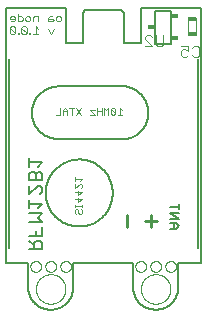
<source format=gbo>
G75*
%MOIN*%
%OFA0B0*%
%FSLAX25Y25*%
%IPPOS*%
%LPD*%
%AMOC8*
5,1,8,0,0,1.08239X$1,22.5*
%
%ADD10C,0.00500*%
%ADD11C,0.00000*%
%ADD12C,0.00200*%
%ADD13C,0.00400*%
%ADD14R,0.03150X0.01378*%
%ADD15C,0.00300*%
%ADD16C,0.00800*%
%ADD17C,0.00700*%
%ADD18C,0.01100*%
%ADD19C,0.00600*%
%ADD20R,0.02300X0.01800*%
D10*
X0005050Y0016901D02*
X0005050Y0101862D01*
X0025050Y0101862D01*
X0025050Y0090026D01*
X0030675Y0090026D01*
X0030675Y0100221D01*
X0031652Y0101198D01*
X0043448Y0101198D01*
X0044425Y0100221D01*
X0044425Y0090026D01*
X0050050Y0090026D01*
X0050050Y0101901D01*
X0070001Y0101901D01*
X0070050Y0101862D01*
X0070050Y0101901D02*
X0070050Y0073151D01*
X0070001Y0016901D01*
X0062550Y0016901D01*
X0062550Y0008151D01*
X0062533Y0007969D01*
X0062511Y0007787D01*
X0062484Y0007605D01*
X0062454Y0007425D01*
X0062419Y0007245D01*
X0062379Y0007066D01*
X0062335Y0006888D01*
X0062287Y0006711D01*
X0062235Y0006535D01*
X0062178Y0006361D01*
X0062117Y0006188D01*
X0062052Y0006017D01*
X0061983Y0005847D01*
X0061909Y0005679D01*
X0061832Y0005513D01*
X0061750Y0005349D01*
X0061665Y0005187D01*
X0061576Y0005027D01*
X0061482Y0004869D01*
X0061385Y0004713D01*
X0061284Y0004560D01*
X0061180Y0004410D01*
X0061072Y0004262D01*
X0060960Y0004116D01*
X0060845Y0003974D01*
X0060726Y0003834D01*
X0060604Y0003698D01*
X0060479Y0003564D01*
X0060350Y0003433D01*
X0060219Y0003306D01*
X0060084Y0003181D01*
X0059946Y0003060D01*
X0059806Y0002943D01*
X0059662Y0002829D01*
X0059516Y0002718D01*
X0059367Y0002611D01*
X0059216Y0002508D01*
X0059062Y0002408D01*
X0058906Y0002313D01*
X0058747Y0002221D01*
X0058586Y0002133D01*
X0058424Y0002048D01*
X0058259Y0001968D01*
X0058092Y0001892D01*
X0057923Y0001820D01*
X0057753Y0001752D01*
X0057581Y0001689D01*
X0057408Y0001629D01*
X0057233Y0001574D01*
X0057057Y0001523D01*
X0056880Y0001476D01*
X0056702Y0001433D01*
X0056522Y0001395D01*
X0056342Y0001362D01*
X0056161Y0001333D01*
X0055980Y0001308D01*
X0055798Y0001287D01*
X0055615Y0001271D01*
X0055432Y0001260D01*
X0055249Y0001253D01*
X0055066Y0001250D01*
X0054883Y0001252D01*
X0054699Y0001258D01*
X0054516Y0001269D01*
X0054334Y0001284D01*
X0054152Y0001304D01*
X0053970Y0001328D01*
X0053789Y0001356D01*
X0053608Y0001389D01*
X0053429Y0001427D01*
X0053251Y0001468D01*
X0053073Y0001514D01*
X0052897Y0001565D01*
X0052722Y0001619D01*
X0052548Y0001678D01*
X0052376Y0001741D01*
X0052206Y0001808D01*
X0052037Y0001879D01*
X0051870Y0001955D01*
X0051705Y0002034D01*
X0051541Y0002118D01*
X0051380Y0002205D01*
X0051221Y0002297D01*
X0051065Y0002392D01*
X0050911Y0002491D01*
X0050759Y0002593D01*
X0050609Y0002700D01*
X0050463Y0002810D01*
X0050319Y0002923D01*
X0050178Y0003040D01*
X0050040Y0003160D01*
X0049904Y0003284D01*
X0049772Y0003411D01*
X0049643Y0003541D01*
X0049517Y0003674D01*
X0049395Y0003811D01*
X0049275Y0003950D01*
X0049159Y0004092D01*
X0049047Y0004237D01*
X0048938Y0004384D01*
X0048833Y0004534D01*
X0048732Y0004687D01*
X0048634Y0004842D01*
X0048540Y0004999D01*
X0048450Y0005159D01*
X0048364Y0005321D01*
X0048282Y0005485D01*
X0048204Y0005650D01*
X0048130Y0005818D01*
X0048060Y0005987D01*
X0047994Y0006158D01*
X0047932Y0006331D01*
X0047875Y0006505D01*
X0047822Y0006681D01*
X0047773Y0006857D01*
X0047728Y0007035D01*
X0047688Y0007214D01*
X0047652Y0007393D01*
X0047621Y0007574D01*
X0047594Y0007755D01*
X0047571Y0007937D01*
X0047553Y0008120D01*
X0047539Y0008302D01*
X0047530Y0008485D01*
X0047525Y0008669D01*
X0047524Y0008852D01*
X0047528Y0009035D01*
X0047537Y0009218D01*
X0047550Y0009401D01*
X0047550Y0016901D01*
X0027550Y0016901D01*
X0027550Y0009401D01*
X0027563Y0009217D01*
X0027572Y0009033D01*
X0027576Y0008848D01*
X0027575Y0008664D01*
X0027570Y0008480D01*
X0027561Y0008296D01*
X0027547Y0008112D01*
X0027528Y0007928D01*
X0027505Y0007745D01*
X0027478Y0007563D01*
X0027446Y0007381D01*
X0027409Y0007201D01*
X0027368Y0007021D01*
X0027323Y0006842D01*
X0027274Y0006664D01*
X0027220Y0006488D01*
X0027162Y0006313D01*
X0027099Y0006140D01*
X0027032Y0005968D01*
X0026961Y0005797D01*
X0026886Y0005629D01*
X0026807Y0005462D01*
X0026724Y0005298D01*
X0026637Y0005135D01*
X0026546Y0004975D01*
X0026451Y0004817D01*
X0026352Y0004661D01*
X0026249Y0004508D01*
X0026143Y0004358D01*
X0026032Y0004210D01*
X0025919Y0004065D01*
X0025802Y0003922D01*
X0025681Y0003783D01*
X0025557Y0003646D01*
X0025430Y0003513D01*
X0025299Y0003383D01*
X0025165Y0003256D01*
X0025029Y0003132D01*
X0024889Y0003012D01*
X0024746Y0002895D01*
X0024601Y0002782D01*
X0024452Y0002672D01*
X0024301Y0002566D01*
X0024148Y0002464D01*
X0023992Y0002365D01*
X0023834Y0002270D01*
X0023673Y0002180D01*
X0023511Y0002093D01*
X0023346Y0002010D01*
X0023179Y0001931D01*
X0023011Y0001857D01*
X0022840Y0001786D01*
X0022668Y0001720D01*
X0022494Y0001658D01*
X0022319Y0001600D01*
X0022143Y0001547D01*
X0021965Y0001498D01*
X0021786Y0001453D01*
X0021606Y0001413D01*
X0021425Y0001377D01*
X0021244Y0001345D01*
X0021061Y0001318D01*
X0020878Y0001296D01*
X0020695Y0001278D01*
X0020511Y0001264D01*
X0020327Y0001255D01*
X0020142Y0001251D01*
X0019958Y0001251D01*
X0019773Y0001255D01*
X0019589Y0001264D01*
X0019405Y0001278D01*
X0019222Y0001296D01*
X0019039Y0001318D01*
X0018856Y0001345D01*
X0018675Y0001377D01*
X0018494Y0001413D01*
X0018314Y0001453D01*
X0018135Y0001498D01*
X0017957Y0001547D01*
X0017781Y0001600D01*
X0017606Y0001658D01*
X0017432Y0001720D01*
X0017260Y0001786D01*
X0017089Y0001857D01*
X0016921Y0001931D01*
X0016754Y0002010D01*
X0016589Y0002093D01*
X0016427Y0002180D01*
X0016266Y0002270D01*
X0016108Y0002365D01*
X0015952Y0002464D01*
X0015799Y0002566D01*
X0015648Y0002672D01*
X0015499Y0002782D01*
X0015354Y0002895D01*
X0015211Y0003012D01*
X0015071Y0003132D01*
X0014935Y0003256D01*
X0014801Y0003383D01*
X0014670Y0003513D01*
X0014543Y0003646D01*
X0014419Y0003783D01*
X0014298Y0003922D01*
X0014181Y0004065D01*
X0014068Y0004210D01*
X0013957Y0004358D01*
X0013851Y0004508D01*
X0013748Y0004661D01*
X0013649Y0004817D01*
X0013554Y0004975D01*
X0013463Y0005135D01*
X0013376Y0005298D01*
X0013293Y0005462D01*
X0013214Y0005629D01*
X0013139Y0005797D01*
X0013068Y0005968D01*
X0013001Y0006140D01*
X0012938Y0006313D01*
X0012880Y0006488D01*
X0012826Y0006664D01*
X0012777Y0006842D01*
X0012732Y0007021D01*
X0012691Y0007201D01*
X0012654Y0007381D01*
X0012622Y0007563D01*
X0012595Y0007745D01*
X0012572Y0007928D01*
X0012553Y0008112D01*
X0012539Y0008296D01*
X0012530Y0008480D01*
X0012525Y0008664D01*
X0012524Y0008848D01*
X0012528Y0009033D01*
X0012537Y0009217D01*
X0012550Y0009401D01*
X0012550Y0016901D01*
X0005050Y0016901D01*
X0006054Y0021655D02*
X0006054Y0084647D01*
X0022550Y0075651D02*
X0042550Y0075651D01*
X0042764Y0075679D01*
X0042979Y0075702D01*
X0043195Y0075719D01*
X0043411Y0075731D01*
X0043627Y0075738D01*
X0043843Y0075740D01*
X0044060Y0075736D01*
X0044276Y0075727D01*
X0044491Y0075713D01*
X0044707Y0075693D01*
X0044922Y0075669D01*
X0045136Y0075638D01*
X0045349Y0075603D01*
X0045562Y0075563D01*
X0045773Y0075517D01*
X0045983Y0075466D01*
X0046192Y0075410D01*
X0046400Y0075349D01*
X0046605Y0075283D01*
X0046810Y0075212D01*
X0047012Y0075136D01*
X0047213Y0075055D01*
X0047411Y0074969D01*
X0047607Y0074878D01*
X0047801Y0074782D01*
X0047993Y0074682D01*
X0048182Y0074577D01*
X0048369Y0074468D01*
X0048552Y0074354D01*
X0048733Y0074235D01*
X0048911Y0074112D01*
X0049086Y0073985D01*
X0049258Y0073854D01*
X0049426Y0073718D01*
X0049591Y0073578D01*
X0049753Y0073435D01*
X0049911Y0073287D01*
X0050065Y0073136D01*
X0050216Y0072981D01*
X0050363Y0072822D01*
X0050506Y0072660D01*
X0050645Y0072494D01*
X0050779Y0072325D01*
X0050910Y0072152D01*
X0051036Y0071977D01*
X0051158Y0071798D01*
X0051276Y0071617D01*
X0051389Y0071432D01*
X0051498Y0071245D01*
X0051602Y0071056D01*
X0051701Y0070864D01*
X0051796Y0070669D01*
X0051885Y0070472D01*
X0051970Y0070274D01*
X0052050Y0070073D01*
X0052125Y0069870D01*
X0052196Y0069665D01*
X0052261Y0069459D01*
X0052321Y0069251D01*
X0052376Y0069042D01*
X0052426Y0068832D01*
X0052470Y0068620D01*
X0052510Y0068407D01*
X0052544Y0068194D01*
X0052573Y0067980D01*
X0052597Y0067765D01*
X0052615Y0067549D01*
X0052628Y0067333D01*
X0052636Y0067117D01*
X0052639Y0066901D01*
X0052636Y0066685D01*
X0052628Y0066469D01*
X0052615Y0066253D01*
X0052597Y0066037D01*
X0052573Y0065822D01*
X0052544Y0065608D01*
X0052510Y0065395D01*
X0052470Y0065182D01*
X0052426Y0064970D01*
X0052376Y0064760D01*
X0052321Y0064551D01*
X0052261Y0064343D01*
X0052196Y0064137D01*
X0052125Y0063932D01*
X0052050Y0063729D01*
X0051970Y0063528D01*
X0051885Y0063330D01*
X0051796Y0063133D01*
X0051701Y0062938D01*
X0051602Y0062746D01*
X0051498Y0062557D01*
X0051389Y0062370D01*
X0051276Y0062185D01*
X0051158Y0062004D01*
X0051036Y0061825D01*
X0050910Y0061650D01*
X0050779Y0061477D01*
X0050645Y0061308D01*
X0050506Y0061142D01*
X0050363Y0060980D01*
X0050216Y0060821D01*
X0050065Y0060666D01*
X0049911Y0060515D01*
X0049753Y0060367D01*
X0049591Y0060224D01*
X0049426Y0060084D01*
X0049258Y0059948D01*
X0049086Y0059817D01*
X0048911Y0059690D01*
X0048733Y0059567D01*
X0048552Y0059448D01*
X0048369Y0059334D01*
X0048182Y0059225D01*
X0047993Y0059120D01*
X0047801Y0059020D01*
X0047607Y0058924D01*
X0047411Y0058833D01*
X0047213Y0058747D01*
X0047012Y0058666D01*
X0046810Y0058590D01*
X0046605Y0058519D01*
X0046400Y0058453D01*
X0046192Y0058392D01*
X0045983Y0058336D01*
X0045773Y0058285D01*
X0045562Y0058239D01*
X0045349Y0058199D01*
X0045136Y0058164D01*
X0044922Y0058133D01*
X0044707Y0058109D01*
X0044491Y0058089D01*
X0044276Y0058075D01*
X0044060Y0058066D01*
X0043843Y0058062D01*
X0043627Y0058064D01*
X0043411Y0058071D01*
X0043195Y0058083D01*
X0042979Y0058100D01*
X0042764Y0058123D01*
X0042550Y0058151D01*
X0022550Y0058151D01*
X0022337Y0058154D01*
X0022124Y0058161D01*
X0021911Y0058174D01*
X0021699Y0058192D01*
X0021487Y0058216D01*
X0021276Y0058244D01*
X0021066Y0058278D01*
X0020856Y0058317D01*
X0020647Y0058360D01*
X0020440Y0058409D01*
X0020234Y0058463D01*
X0020029Y0058522D01*
X0019826Y0058586D01*
X0019624Y0058655D01*
X0019424Y0058728D01*
X0019226Y0058807D01*
X0019030Y0058890D01*
X0018836Y0058978D01*
X0018644Y0059071D01*
X0018455Y0059169D01*
X0018268Y0059271D01*
X0018083Y0059377D01*
X0017901Y0059488D01*
X0017722Y0059604D01*
X0017546Y0059723D01*
X0017372Y0059847D01*
X0017202Y0059975D01*
X0017035Y0060108D01*
X0016871Y0060244D01*
X0016711Y0060384D01*
X0016554Y0060528D01*
X0016401Y0060676D01*
X0016251Y0060828D01*
X0016105Y0060983D01*
X0015963Y0061142D01*
X0015824Y0061304D01*
X0015690Y0061469D01*
X0015560Y0061638D01*
X0015434Y0061810D01*
X0015312Y0061985D01*
X0015194Y0062162D01*
X0015081Y0062343D01*
X0014972Y0062526D01*
X0014868Y0062712D01*
X0014768Y0062900D01*
X0014673Y0063091D01*
X0014583Y0063284D01*
X0014497Y0063479D01*
X0014416Y0063676D01*
X0014340Y0063875D01*
X0014269Y0064076D01*
X0014202Y0064278D01*
X0014141Y0064482D01*
X0014085Y0064688D01*
X0014033Y0064895D01*
X0013987Y0065103D01*
X0013946Y0065312D01*
X0013909Y0065522D01*
X0013878Y0065732D01*
X0013852Y0065944D01*
X0013832Y0066156D01*
X0013816Y0066369D01*
X0013806Y0066581D01*
X0013801Y0066794D01*
X0013801Y0067008D01*
X0013806Y0067221D01*
X0013816Y0067433D01*
X0013832Y0067646D01*
X0013852Y0067858D01*
X0013878Y0068070D01*
X0013909Y0068280D01*
X0013946Y0068490D01*
X0013987Y0068699D01*
X0014033Y0068907D01*
X0014085Y0069114D01*
X0014141Y0069320D01*
X0014202Y0069524D01*
X0014269Y0069726D01*
X0014340Y0069927D01*
X0014416Y0070126D01*
X0014497Y0070323D01*
X0014583Y0070518D01*
X0014673Y0070711D01*
X0014768Y0070902D01*
X0014868Y0071090D01*
X0014972Y0071276D01*
X0015081Y0071459D01*
X0015194Y0071640D01*
X0015312Y0071817D01*
X0015434Y0071992D01*
X0015560Y0072164D01*
X0015690Y0072333D01*
X0015824Y0072498D01*
X0015963Y0072660D01*
X0016105Y0072819D01*
X0016251Y0072974D01*
X0016401Y0073126D01*
X0016554Y0073274D01*
X0016711Y0073418D01*
X0016871Y0073558D01*
X0017035Y0073694D01*
X0017202Y0073827D01*
X0017372Y0073955D01*
X0017546Y0074079D01*
X0017722Y0074198D01*
X0017901Y0074314D01*
X0018083Y0074425D01*
X0018268Y0074531D01*
X0018455Y0074633D01*
X0018644Y0074731D01*
X0018836Y0074824D01*
X0019030Y0074912D01*
X0019226Y0074995D01*
X0019424Y0075074D01*
X0019624Y0075147D01*
X0019826Y0075216D01*
X0020029Y0075280D01*
X0020234Y0075339D01*
X0020440Y0075393D01*
X0020647Y0075442D01*
X0020856Y0075485D01*
X0021066Y0075524D01*
X0021276Y0075558D01*
X0021487Y0075586D01*
X0021699Y0075610D01*
X0021911Y0075628D01*
X0022124Y0075641D01*
X0022337Y0075648D01*
X0022550Y0075651D01*
X0018370Y0040151D02*
X0018373Y0040425D01*
X0018383Y0040700D01*
X0018400Y0040973D01*
X0018424Y0041247D01*
X0018454Y0041520D01*
X0018491Y0041791D01*
X0018535Y0042062D01*
X0018585Y0042332D01*
X0018642Y0042601D01*
X0018705Y0042868D01*
X0018775Y0043133D01*
X0018851Y0043396D01*
X0018934Y0043658D01*
X0019024Y0043917D01*
X0019119Y0044175D01*
X0019221Y0044429D01*
X0019329Y0044682D01*
X0019443Y0044931D01*
X0019564Y0045178D01*
X0019690Y0045421D01*
X0019822Y0045662D01*
X0019961Y0045899D01*
X0020105Y0046132D01*
X0020254Y0046362D01*
X0020409Y0046589D01*
X0020570Y0046811D01*
X0020736Y0047029D01*
X0020908Y0047244D01*
X0021084Y0047453D01*
X0021266Y0047659D01*
X0021453Y0047860D01*
X0021645Y0048056D01*
X0021841Y0048248D01*
X0022042Y0048435D01*
X0022248Y0048617D01*
X0022457Y0048793D01*
X0022672Y0048965D01*
X0022890Y0049131D01*
X0023112Y0049292D01*
X0023339Y0049447D01*
X0023569Y0049596D01*
X0023802Y0049740D01*
X0024039Y0049879D01*
X0024280Y0050011D01*
X0024523Y0050137D01*
X0024770Y0050258D01*
X0025019Y0050372D01*
X0025272Y0050480D01*
X0025526Y0050582D01*
X0025784Y0050677D01*
X0026043Y0050767D01*
X0026305Y0050850D01*
X0026568Y0050926D01*
X0026833Y0050996D01*
X0027100Y0051059D01*
X0027369Y0051116D01*
X0027639Y0051166D01*
X0027910Y0051210D01*
X0028181Y0051247D01*
X0028454Y0051277D01*
X0028728Y0051301D01*
X0029001Y0051318D01*
X0029276Y0051328D01*
X0029550Y0051331D01*
X0029824Y0051328D01*
X0030099Y0051318D01*
X0030372Y0051301D01*
X0030646Y0051277D01*
X0030919Y0051247D01*
X0031190Y0051210D01*
X0031461Y0051166D01*
X0031731Y0051116D01*
X0032000Y0051059D01*
X0032267Y0050996D01*
X0032532Y0050926D01*
X0032795Y0050850D01*
X0033057Y0050767D01*
X0033316Y0050677D01*
X0033574Y0050582D01*
X0033828Y0050480D01*
X0034081Y0050372D01*
X0034330Y0050258D01*
X0034577Y0050137D01*
X0034820Y0050011D01*
X0035061Y0049879D01*
X0035298Y0049740D01*
X0035531Y0049596D01*
X0035761Y0049447D01*
X0035988Y0049292D01*
X0036210Y0049131D01*
X0036428Y0048965D01*
X0036643Y0048793D01*
X0036852Y0048617D01*
X0037058Y0048435D01*
X0037259Y0048248D01*
X0037455Y0048056D01*
X0037647Y0047860D01*
X0037834Y0047659D01*
X0038016Y0047453D01*
X0038192Y0047244D01*
X0038364Y0047029D01*
X0038530Y0046811D01*
X0038691Y0046589D01*
X0038846Y0046362D01*
X0038995Y0046132D01*
X0039139Y0045899D01*
X0039278Y0045662D01*
X0039410Y0045421D01*
X0039536Y0045178D01*
X0039657Y0044931D01*
X0039771Y0044682D01*
X0039879Y0044429D01*
X0039981Y0044175D01*
X0040076Y0043917D01*
X0040166Y0043658D01*
X0040249Y0043396D01*
X0040325Y0043133D01*
X0040395Y0042868D01*
X0040458Y0042601D01*
X0040515Y0042332D01*
X0040565Y0042062D01*
X0040609Y0041791D01*
X0040646Y0041520D01*
X0040676Y0041247D01*
X0040700Y0040973D01*
X0040717Y0040700D01*
X0040727Y0040425D01*
X0040730Y0040151D01*
X0040727Y0039877D01*
X0040717Y0039602D01*
X0040700Y0039329D01*
X0040676Y0039055D01*
X0040646Y0038782D01*
X0040609Y0038511D01*
X0040565Y0038240D01*
X0040515Y0037970D01*
X0040458Y0037701D01*
X0040395Y0037434D01*
X0040325Y0037169D01*
X0040249Y0036906D01*
X0040166Y0036644D01*
X0040076Y0036385D01*
X0039981Y0036127D01*
X0039879Y0035873D01*
X0039771Y0035620D01*
X0039657Y0035371D01*
X0039536Y0035124D01*
X0039410Y0034881D01*
X0039278Y0034640D01*
X0039139Y0034403D01*
X0038995Y0034170D01*
X0038846Y0033940D01*
X0038691Y0033713D01*
X0038530Y0033491D01*
X0038364Y0033273D01*
X0038192Y0033058D01*
X0038016Y0032849D01*
X0037834Y0032643D01*
X0037647Y0032442D01*
X0037455Y0032246D01*
X0037259Y0032054D01*
X0037058Y0031867D01*
X0036852Y0031685D01*
X0036643Y0031509D01*
X0036428Y0031337D01*
X0036210Y0031171D01*
X0035988Y0031010D01*
X0035761Y0030855D01*
X0035531Y0030706D01*
X0035298Y0030562D01*
X0035061Y0030423D01*
X0034820Y0030291D01*
X0034577Y0030165D01*
X0034330Y0030044D01*
X0034081Y0029930D01*
X0033828Y0029822D01*
X0033574Y0029720D01*
X0033316Y0029625D01*
X0033057Y0029535D01*
X0032795Y0029452D01*
X0032532Y0029376D01*
X0032267Y0029306D01*
X0032000Y0029243D01*
X0031731Y0029186D01*
X0031461Y0029136D01*
X0031190Y0029092D01*
X0030919Y0029055D01*
X0030646Y0029025D01*
X0030372Y0029001D01*
X0030099Y0028984D01*
X0029824Y0028974D01*
X0029550Y0028971D01*
X0029276Y0028974D01*
X0029001Y0028984D01*
X0028728Y0029001D01*
X0028454Y0029025D01*
X0028181Y0029055D01*
X0027910Y0029092D01*
X0027639Y0029136D01*
X0027369Y0029186D01*
X0027100Y0029243D01*
X0026833Y0029306D01*
X0026568Y0029376D01*
X0026305Y0029452D01*
X0026043Y0029535D01*
X0025784Y0029625D01*
X0025526Y0029720D01*
X0025272Y0029822D01*
X0025019Y0029930D01*
X0024770Y0030044D01*
X0024523Y0030165D01*
X0024280Y0030291D01*
X0024039Y0030423D01*
X0023802Y0030562D01*
X0023569Y0030706D01*
X0023339Y0030855D01*
X0023112Y0031010D01*
X0022890Y0031171D01*
X0022672Y0031337D01*
X0022457Y0031509D01*
X0022248Y0031685D01*
X0022042Y0031867D01*
X0021841Y0032054D01*
X0021645Y0032246D01*
X0021453Y0032442D01*
X0021266Y0032643D01*
X0021084Y0032849D01*
X0020908Y0033058D01*
X0020736Y0033273D01*
X0020570Y0033491D01*
X0020409Y0033713D01*
X0020254Y0033940D01*
X0020105Y0034170D01*
X0019961Y0034403D01*
X0019822Y0034640D01*
X0019690Y0034881D01*
X0019564Y0035124D01*
X0019443Y0035371D01*
X0019329Y0035620D01*
X0019221Y0035873D01*
X0019119Y0036127D01*
X0019024Y0036385D01*
X0018934Y0036644D01*
X0018851Y0036906D01*
X0018775Y0037169D01*
X0018705Y0037434D01*
X0018642Y0037701D01*
X0018585Y0037970D01*
X0018535Y0038240D01*
X0018491Y0038511D01*
X0018454Y0038782D01*
X0018424Y0039055D01*
X0018400Y0039329D01*
X0018383Y0039602D01*
X0018373Y0039877D01*
X0018370Y0040151D01*
X0069046Y0021655D02*
X0069046Y0084647D01*
D11*
X0058278Y0015651D02*
X0058280Y0015735D01*
X0058286Y0015818D01*
X0058296Y0015901D01*
X0058310Y0015984D01*
X0058327Y0016066D01*
X0058349Y0016147D01*
X0058374Y0016226D01*
X0058403Y0016305D01*
X0058436Y0016382D01*
X0058472Y0016457D01*
X0058512Y0016531D01*
X0058555Y0016603D01*
X0058602Y0016672D01*
X0058652Y0016739D01*
X0058705Y0016804D01*
X0058761Y0016866D01*
X0058819Y0016926D01*
X0058881Y0016983D01*
X0058945Y0017036D01*
X0059012Y0017087D01*
X0059081Y0017134D01*
X0059152Y0017179D01*
X0059225Y0017219D01*
X0059300Y0017256D01*
X0059377Y0017290D01*
X0059455Y0017320D01*
X0059534Y0017346D01*
X0059615Y0017369D01*
X0059697Y0017387D01*
X0059779Y0017402D01*
X0059862Y0017413D01*
X0059945Y0017420D01*
X0060029Y0017423D01*
X0060113Y0017422D01*
X0060196Y0017417D01*
X0060280Y0017408D01*
X0060362Y0017395D01*
X0060444Y0017379D01*
X0060525Y0017358D01*
X0060606Y0017334D01*
X0060684Y0017306D01*
X0060762Y0017274D01*
X0060838Y0017238D01*
X0060912Y0017199D01*
X0060984Y0017157D01*
X0061054Y0017111D01*
X0061122Y0017062D01*
X0061187Y0017010D01*
X0061250Y0016955D01*
X0061310Y0016897D01*
X0061368Y0016836D01*
X0061422Y0016772D01*
X0061474Y0016706D01*
X0061522Y0016638D01*
X0061567Y0016567D01*
X0061608Y0016494D01*
X0061647Y0016420D01*
X0061681Y0016344D01*
X0061712Y0016266D01*
X0061739Y0016187D01*
X0061763Y0016106D01*
X0061782Y0016025D01*
X0061798Y0015943D01*
X0061810Y0015860D01*
X0061818Y0015776D01*
X0061822Y0015693D01*
X0061822Y0015609D01*
X0061818Y0015526D01*
X0061810Y0015442D01*
X0061798Y0015359D01*
X0061782Y0015277D01*
X0061763Y0015196D01*
X0061739Y0015115D01*
X0061712Y0015036D01*
X0061681Y0014958D01*
X0061647Y0014882D01*
X0061608Y0014808D01*
X0061567Y0014735D01*
X0061522Y0014664D01*
X0061474Y0014596D01*
X0061422Y0014530D01*
X0061368Y0014466D01*
X0061310Y0014405D01*
X0061250Y0014347D01*
X0061187Y0014292D01*
X0061122Y0014240D01*
X0061054Y0014191D01*
X0060984Y0014145D01*
X0060912Y0014103D01*
X0060838Y0014064D01*
X0060762Y0014028D01*
X0060684Y0013996D01*
X0060606Y0013968D01*
X0060525Y0013944D01*
X0060444Y0013923D01*
X0060362Y0013907D01*
X0060280Y0013894D01*
X0060196Y0013885D01*
X0060113Y0013880D01*
X0060029Y0013879D01*
X0059945Y0013882D01*
X0059862Y0013889D01*
X0059779Y0013900D01*
X0059697Y0013915D01*
X0059615Y0013933D01*
X0059534Y0013956D01*
X0059455Y0013982D01*
X0059377Y0014012D01*
X0059300Y0014046D01*
X0059225Y0014083D01*
X0059152Y0014123D01*
X0059081Y0014168D01*
X0059012Y0014215D01*
X0058945Y0014266D01*
X0058881Y0014319D01*
X0058819Y0014376D01*
X0058761Y0014436D01*
X0058705Y0014498D01*
X0058652Y0014563D01*
X0058602Y0014630D01*
X0058555Y0014699D01*
X0058512Y0014771D01*
X0058472Y0014845D01*
X0058436Y0014920D01*
X0058403Y0014997D01*
X0058374Y0015076D01*
X0058349Y0015155D01*
X0058327Y0015236D01*
X0058310Y0015318D01*
X0058296Y0015401D01*
X0058286Y0015484D01*
X0058280Y0015567D01*
X0058278Y0015651D01*
X0053278Y0015651D02*
X0053280Y0015735D01*
X0053286Y0015818D01*
X0053296Y0015901D01*
X0053310Y0015984D01*
X0053327Y0016066D01*
X0053349Y0016147D01*
X0053374Y0016226D01*
X0053403Y0016305D01*
X0053436Y0016382D01*
X0053472Y0016457D01*
X0053512Y0016531D01*
X0053555Y0016603D01*
X0053602Y0016672D01*
X0053652Y0016739D01*
X0053705Y0016804D01*
X0053761Y0016866D01*
X0053819Y0016926D01*
X0053881Y0016983D01*
X0053945Y0017036D01*
X0054012Y0017087D01*
X0054081Y0017134D01*
X0054152Y0017179D01*
X0054225Y0017219D01*
X0054300Y0017256D01*
X0054377Y0017290D01*
X0054455Y0017320D01*
X0054534Y0017346D01*
X0054615Y0017369D01*
X0054697Y0017387D01*
X0054779Y0017402D01*
X0054862Y0017413D01*
X0054945Y0017420D01*
X0055029Y0017423D01*
X0055113Y0017422D01*
X0055196Y0017417D01*
X0055280Y0017408D01*
X0055362Y0017395D01*
X0055444Y0017379D01*
X0055525Y0017358D01*
X0055606Y0017334D01*
X0055684Y0017306D01*
X0055762Y0017274D01*
X0055838Y0017238D01*
X0055912Y0017199D01*
X0055984Y0017157D01*
X0056054Y0017111D01*
X0056122Y0017062D01*
X0056187Y0017010D01*
X0056250Y0016955D01*
X0056310Y0016897D01*
X0056368Y0016836D01*
X0056422Y0016772D01*
X0056474Y0016706D01*
X0056522Y0016638D01*
X0056567Y0016567D01*
X0056608Y0016494D01*
X0056647Y0016420D01*
X0056681Y0016344D01*
X0056712Y0016266D01*
X0056739Y0016187D01*
X0056763Y0016106D01*
X0056782Y0016025D01*
X0056798Y0015943D01*
X0056810Y0015860D01*
X0056818Y0015776D01*
X0056822Y0015693D01*
X0056822Y0015609D01*
X0056818Y0015526D01*
X0056810Y0015442D01*
X0056798Y0015359D01*
X0056782Y0015277D01*
X0056763Y0015196D01*
X0056739Y0015115D01*
X0056712Y0015036D01*
X0056681Y0014958D01*
X0056647Y0014882D01*
X0056608Y0014808D01*
X0056567Y0014735D01*
X0056522Y0014664D01*
X0056474Y0014596D01*
X0056422Y0014530D01*
X0056368Y0014466D01*
X0056310Y0014405D01*
X0056250Y0014347D01*
X0056187Y0014292D01*
X0056122Y0014240D01*
X0056054Y0014191D01*
X0055984Y0014145D01*
X0055912Y0014103D01*
X0055838Y0014064D01*
X0055762Y0014028D01*
X0055684Y0013996D01*
X0055606Y0013968D01*
X0055525Y0013944D01*
X0055444Y0013923D01*
X0055362Y0013907D01*
X0055280Y0013894D01*
X0055196Y0013885D01*
X0055113Y0013880D01*
X0055029Y0013879D01*
X0054945Y0013882D01*
X0054862Y0013889D01*
X0054779Y0013900D01*
X0054697Y0013915D01*
X0054615Y0013933D01*
X0054534Y0013956D01*
X0054455Y0013982D01*
X0054377Y0014012D01*
X0054300Y0014046D01*
X0054225Y0014083D01*
X0054152Y0014123D01*
X0054081Y0014168D01*
X0054012Y0014215D01*
X0053945Y0014266D01*
X0053881Y0014319D01*
X0053819Y0014376D01*
X0053761Y0014436D01*
X0053705Y0014498D01*
X0053652Y0014563D01*
X0053602Y0014630D01*
X0053555Y0014699D01*
X0053512Y0014771D01*
X0053472Y0014845D01*
X0053436Y0014920D01*
X0053403Y0014997D01*
X0053374Y0015076D01*
X0053349Y0015155D01*
X0053327Y0015236D01*
X0053310Y0015318D01*
X0053296Y0015401D01*
X0053286Y0015484D01*
X0053280Y0015567D01*
X0053278Y0015651D01*
X0048278Y0015651D02*
X0048280Y0015735D01*
X0048286Y0015818D01*
X0048296Y0015901D01*
X0048310Y0015984D01*
X0048327Y0016066D01*
X0048349Y0016147D01*
X0048374Y0016226D01*
X0048403Y0016305D01*
X0048436Y0016382D01*
X0048472Y0016457D01*
X0048512Y0016531D01*
X0048555Y0016603D01*
X0048602Y0016672D01*
X0048652Y0016739D01*
X0048705Y0016804D01*
X0048761Y0016866D01*
X0048819Y0016926D01*
X0048881Y0016983D01*
X0048945Y0017036D01*
X0049012Y0017087D01*
X0049081Y0017134D01*
X0049152Y0017179D01*
X0049225Y0017219D01*
X0049300Y0017256D01*
X0049377Y0017290D01*
X0049455Y0017320D01*
X0049534Y0017346D01*
X0049615Y0017369D01*
X0049697Y0017387D01*
X0049779Y0017402D01*
X0049862Y0017413D01*
X0049945Y0017420D01*
X0050029Y0017423D01*
X0050113Y0017422D01*
X0050196Y0017417D01*
X0050280Y0017408D01*
X0050362Y0017395D01*
X0050444Y0017379D01*
X0050525Y0017358D01*
X0050606Y0017334D01*
X0050684Y0017306D01*
X0050762Y0017274D01*
X0050838Y0017238D01*
X0050912Y0017199D01*
X0050984Y0017157D01*
X0051054Y0017111D01*
X0051122Y0017062D01*
X0051187Y0017010D01*
X0051250Y0016955D01*
X0051310Y0016897D01*
X0051368Y0016836D01*
X0051422Y0016772D01*
X0051474Y0016706D01*
X0051522Y0016638D01*
X0051567Y0016567D01*
X0051608Y0016494D01*
X0051647Y0016420D01*
X0051681Y0016344D01*
X0051712Y0016266D01*
X0051739Y0016187D01*
X0051763Y0016106D01*
X0051782Y0016025D01*
X0051798Y0015943D01*
X0051810Y0015860D01*
X0051818Y0015776D01*
X0051822Y0015693D01*
X0051822Y0015609D01*
X0051818Y0015526D01*
X0051810Y0015442D01*
X0051798Y0015359D01*
X0051782Y0015277D01*
X0051763Y0015196D01*
X0051739Y0015115D01*
X0051712Y0015036D01*
X0051681Y0014958D01*
X0051647Y0014882D01*
X0051608Y0014808D01*
X0051567Y0014735D01*
X0051522Y0014664D01*
X0051474Y0014596D01*
X0051422Y0014530D01*
X0051368Y0014466D01*
X0051310Y0014405D01*
X0051250Y0014347D01*
X0051187Y0014292D01*
X0051122Y0014240D01*
X0051054Y0014191D01*
X0050984Y0014145D01*
X0050912Y0014103D01*
X0050838Y0014064D01*
X0050762Y0014028D01*
X0050684Y0013996D01*
X0050606Y0013968D01*
X0050525Y0013944D01*
X0050444Y0013923D01*
X0050362Y0013907D01*
X0050280Y0013894D01*
X0050196Y0013885D01*
X0050113Y0013880D01*
X0050029Y0013879D01*
X0049945Y0013882D01*
X0049862Y0013889D01*
X0049779Y0013900D01*
X0049697Y0013915D01*
X0049615Y0013933D01*
X0049534Y0013956D01*
X0049455Y0013982D01*
X0049377Y0014012D01*
X0049300Y0014046D01*
X0049225Y0014083D01*
X0049152Y0014123D01*
X0049081Y0014168D01*
X0049012Y0014215D01*
X0048945Y0014266D01*
X0048881Y0014319D01*
X0048819Y0014376D01*
X0048761Y0014436D01*
X0048705Y0014498D01*
X0048652Y0014563D01*
X0048602Y0014630D01*
X0048555Y0014699D01*
X0048512Y0014771D01*
X0048472Y0014845D01*
X0048436Y0014920D01*
X0048403Y0014997D01*
X0048374Y0015076D01*
X0048349Y0015155D01*
X0048327Y0015236D01*
X0048310Y0015318D01*
X0048296Y0015401D01*
X0048286Y0015484D01*
X0048280Y0015567D01*
X0048278Y0015651D01*
X0050129Y0008151D02*
X0050131Y0008291D01*
X0050137Y0008431D01*
X0050147Y0008570D01*
X0050161Y0008709D01*
X0050179Y0008848D01*
X0050200Y0008986D01*
X0050226Y0009124D01*
X0050256Y0009261D01*
X0050289Y0009396D01*
X0050327Y0009531D01*
X0050368Y0009665D01*
X0050413Y0009798D01*
X0050461Y0009929D01*
X0050514Y0010058D01*
X0050570Y0010187D01*
X0050629Y0010313D01*
X0050693Y0010438D01*
X0050759Y0010561D01*
X0050830Y0010682D01*
X0050903Y0010801D01*
X0050980Y0010918D01*
X0051061Y0011032D01*
X0051144Y0011144D01*
X0051231Y0011254D01*
X0051321Y0011362D01*
X0051413Y0011466D01*
X0051509Y0011568D01*
X0051608Y0011668D01*
X0051709Y0011764D01*
X0051813Y0011858D01*
X0051920Y0011948D01*
X0052029Y0012035D01*
X0052141Y0012120D01*
X0052255Y0012201D01*
X0052371Y0012279D01*
X0052489Y0012353D01*
X0052610Y0012424D01*
X0052732Y0012492D01*
X0052857Y0012556D01*
X0052983Y0012617D01*
X0053110Y0012674D01*
X0053240Y0012727D01*
X0053371Y0012777D01*
X0053503Y0012822D01*
X0053636Y0012865D01*
X0053771Y0012903D01*
X0053906Y0012937D01*
X0054043Y0012968D01*
X0054180Y0012995D01*
X0054318Y0013017D01*
X0054457Y0013036D01*
X0054596Y0013051D01*
X0054735Y0013062D01*
X0054875Y0013069D01*
X0055015Y0013072D01*
X0055155Y0013071D01*
X0055295Y0013066D01*
X0055434Y0013057D01*
X0055574Y0013044D01*
X0055713Y0013027D01*
X0055851Y0013006D01*
X0055989Y0012982D01*
X0056126Y0012953D01*
X0056262Y0012921D01*
X0056397Y0012884D01*
X0056531Y0012844D01*
X0056664Y0012800D01*
X0056795Y0012752D01*
X0056925Y0012701D01*
X0057054Y0012646D01*
X0057181Y0012587D01*
X0057306Y0012524D01*
X0057429Y0012459D01*
X0057551Y0012389D01*
X0057670Y0012316D01*
X0057788Y0012240D01*
X0057903Y0012161D01*
X0058016Y0012078D01*
X0058126Y0011992D01*
X0058234Y0011903D01*
X0058339Y0011811D01*
X0058442Y0011716D01*
X0058542Y0011618D01*
X0058639Y0011518D01*
X0058733Y0011414D01*
X0058825Y0011308D01*
X0058913Y0011200D01*
X0058998Y0011089D01*
X0059080Y0010975D01*
X0059159Y0010859D01*
X0059234Y0010742D01*
X0059306Y0010622D01*
X0059374Y0010500D01*
X0059439Y0010376D01*
X0059501Y0010250D01*
X0059559Y0010123D01*
X0059613Y0009994D01*
X0059664Y0009863D01*
X0059710Y0009731D01*
X0059753Y0009598D01*
X0059793Y0009464D01*
X0059828Y0009329D01*
X0059860Y0009192D01*
X0059887Y0009055D01*
X0059911Y0008917D01*
X0059931Y0008779D01*
X0059947Y0008640D01*
X0059959Y0008500D01*
X0059967Y0008361D01*
X0059971Y0008221D01*
X0059971Y0008081D01*
X0059967Y0007941D01*
X0059959Y0007802D01*
X0059947Y0007662D01*
X0059931Y0007523D01*
X0059911Y0007385D01*
X0059887Y0007247D01*
X0059860Y0007110D01*
X0059828Y0006973D01*
X0059793Y0006838D01*
X0059753Y0006704D01*
X0059710Y0006571D01*
X0059664Y0006439D01*
X0059613Y0006308D01*
X0059559Y0006179D01*
X0059501Y0006052D01*
X0059439Y0005926D01*
X0059374Y0005802D01*
X0059306Y0005680D01*
X0059234Y0005560D01*
X0059159Y0005443D01*
X0059080Y0005327D01*
X0058998Y0005213D01*
X0058913Y0005102D01*
X0058825Y0004994D01*
X0058733Y0004888D01*
X0058639Y0004784D01*
X0058542Y0004684D01*
X0058442Y0004586D01*
X0058339Y0004491D01*
X0058234Y0004399D01*
X0058126Y0004310D01*
X0058016Y0004224D01*
X0057903Y0004141D01*
X0057788Y0004062D01*
X0057670Y0003986D01*
X0057551Y0003913D01*
X0057429Y0003843D01*
X0057306Y0003778D01*
X0057181Y0003715D01*
X0057054Y0003656D01*
X0056925Y0003601D01*
X0056795Y0003550D01*
X0056664Y0003502D01*
X0056531Y0003458D01*
X0056397Y0003418D01*
X0056262Y0003381D01*
X0056126Y0003349D01*
X0055989Y0003320D01*
X0055851Y0003296D01*
X0055713Y0003275D01*
X0055574Y0003258D01*
X0055434Y0003245D01*
X0055295Y0003236D01*
X0055155Y0003231D01*
X0055015Y0003230D01*
X0054875Y0003233D01*
X0054735Y0003240D01*
X0054596Y0003251D01*
X0054457Y0003266D01*
X0054318Y0003285D01*
X0054180Y0003307D01*
X0054043Y0003334D01*
X0053906Y0003365D01*
X0053771Y0003399D01*
X0053636Y0003437D01*
X0053503Y0003480D01*
X0053371Y0003525D01*
X0053240Y0003575D01*
X0053110Y0003628D01*
X0052983Y0003685D01*
X0052857Y0003746D01*
X0052732Y0003810D01*
X0052610Y0003878D01*
X0052489Y0003949D01*
X0052371Y0004023D01*
X0052255Y0004101D01*
X0052141Y0004182D01*
X0052029Y0004267D01*
X0051920Y0004354D01*
X0051813Y0004444D01*
X0051709Y0004538D01*
X0051608Y0004634D01*
X0051509Y0004734D01*
X0051413Y0004836D01*
X0051321Y0004940D01*
X0051231Y0005048D01*
X0051144Y0005158D01*
X0051061Y0005270D01*
X0050980Y0005384D01*
X0050903Y0005501D01*
X0050830Y0005620D01*
X0050759Y0005741D01*
X0050693Y0005864D01*
X0050629Y0005989D01*
X0050570Y0006115D01*
X0050514Y0006244D01*
X0050461Y0006373D01*
X0050413Y0006504D01*
X0050368Y0006637D01*
X0050327Y0006771D01*
X0050289Y0006906D01*
X0050256Y0007041D01*
X0050226Y0007178D01*
X0050200Y0007316D01*
X0050179Y0007454D01*
X0050161Y0007593D01*
X0050147Y0007732D01*
X0050137Y0007871D01*
X0050131Y0008011D01*
X0050129Y0008151D01*
X0023278Y0015651D02*
X0023280Y0015735D01*
X0023286Y0015818D01*
X0023296Y0015901D01*
X0023310Y0015984D01*
X0023327Y0016066D01*
X0023349Y0016147D01*
X0023374Y0016226D01*
X0023403Y0016305D01*
X0023436Y0016382D01*
X0023472Y0016457D01*
X0023512Y0016531D01*
X0023555Y0016603D01*
X0023602Y0016672D01*
X0023652Y0016739D01*
X0023705Y0016804D01*
X0023761Y0016866D01*
X0023819Y0016926D01*
X0023881Y0016983D01*
X0023945Y0017036D01*
X0024012Y0017087D01*
X0024081Y0017134D01*
X0024152Y0017179D01*
X0024225Y0017219D01*
X0024300Y0017256D01*
X0024377Y0017290D01*
X0024455Y0017320D01*
X0024534Y0017346D01*
X0024615Y0017369D01*
X0024697Y0017387D01*
X0024779Y0017402D01*
X0024862Y0017413D01*
X0024945Y0017420D01*
X0025029Y0017423D01*
X0025113Y0017422D01*
X0025196Y0017417D01*
X0025280Y0017408D01*
X0025362Y0017395D01*
X0025444Y0017379D01*
X0025525Y0017358D01*
X0025606Y0017334D01*
X0025684Y0017306D01*
X0025762Y0017274D01*
X0025838Y0017238D01*
X0025912Y0017199D01*
X0025984Y0017157D01*
X0026054Y0017111D01*
X0026122Y0017062D01*
X0026187Y0017010D01*
X0026250Y0016955D01*
X0026310Y0016897D01*
X0026368Y0016836D01*
X0026422Y0016772D01*
X0026474Y0016706D01*
X0026522Y0016638D01*
X0026567Y0016567D01*
X0026608Y0016494D01*
X0026647Y0016420D01*
X0026681Y0016344D01*
X0026712Y0016266D01*
X0026739Y0016187D01*
X0026763Y0016106D01*
X0026782Y0016025D01*
X0026798Y0015943D01*
X0026810Y0015860D01*
X0026818Y0015776D01*
X0026822Y0015693D01*
X0026822Y0015609D01*
X0026818Y0015526D01*
X0026810Y0015442D01*
X0026798Y0015359D01*
X0026782Y0015277D01*
X0026763Y0015196D01*
X0026739Y0015115D01*
X0026712Y0015036D01*
X0026681Y0014958D01*
X0026647Y0014882D01*
X0026608Y0014808D01*
X0026567Y0014735D01*
X0026522Y0014664D01*
X0026474Y0014596D01*
X0026422Y0014530D01*
X0026368Y0014466D01*
X0026310Y0014405D01*
X0026250Y0014347D01*
X0026187Y0014292D01*
X0026122Y0014240D01*
X0026054Y0014191D01*
X0025984Y0014145D01*
X0025912Y0014103D01*
X0025838Y0014064D01*
X0025762Y0014028D01*
X0025684Y0013996D01*
X0025606Y0013968D01*
X0025525Y0013944D01*
X0025444Y0013923D01*
X0025362Y0013907D01*
X0025280Y0013894D01*
X0025196Y0013885D01*
X0025113Y0013880D01*
X0025029Y0013879D01*
X0024945Y0013882D01*
X0024862Y0013889D01*
X0024779Y0013900D01*
X0024697Y0013915D01*
X0024615Y0013933D01*
X0024534Y0013956D01*
X0024455Y0013982D01*
X0024377Y0014012D01*
X0024300Y0014046D01*
X0024225Y0014083D01*
X0024152Y0014123D01*
X0024081Y0014168D01*
X0024012Y0014215D01*
X0023945Y0014266D01*
X0023881Y0014319D01*
X0023819Y0014376D01*
X0023761Y0014436D01*
X0023705Y0014498D01*
X0023652Y0014563D01*
X0023602Y0014630D01*
X0023555Y0014699D01*
X0023512Y0014771D01*
X0023472Y0014845D01*
X0023436Y0014920D01*
X0023403Y0014997D01*
X0023374Y0015076D01*
X0023349Y0015155D01*
X0023327Y0015236D01*
X0023310Y0015318D01*
X0023296Y0015401D01*
X0023286Y0015484D01*
X0023280Y0015567D01*
X0023278Y0015651D01*
X0018278Y0015651D02*
X0018280Y0015735D01*
X0018286Y0015818D01*
X0018296Y0015901D01*
X0018310Y0015984D01*
X0018327Y0016066D01*
X0018349Y0016147D01*
X0018374Y0016226D01*
X0018403Y0016305D01*
X0018436Y0016382D01*
X0018472Y0016457D01*
X0018512Y0016531D01*
X0018555Y0016603D01*
X0018602Y0016672D01*
X0018652Y0016739D01*
X0018705Y0016804D01*
X0018761Y0016866D01*
X0018819Y0016926D01*
X0018881Y0016983D01*
X0018945Y0017036D01*
X0019012Y0017087D01*
X0019081Y0017134D01*
X0019152Y0017179D01*
X0019225Y0017219D01*
X0019300Y0017256D01*
X0019377Y0017290D01*
X0019455Y0017320D01*
X0019534Y0017346D01*
X0019615Y0017369D01*
X0019697Y0017387D01*
X0019779Y0017402D01*
X0019862Y0017413D01*
X0019945Y0017420D01*
X0020029Y0017423D01*
X0020113Y0017422D01*
X0020196Y0017417D01*
X0020280Y0017408D01*
X0020362Y0017395D01*
X0020444Y0017379D01*
X0020525Y0017358D01*
X0020606Y0017334D01*
X0020684Y0017306D01*
X0020762Y0017274D01*
X0020838Y0017238D01*
X0020912Y0017199D01*
X0020984Y0017157D01*
X0021054Y0017111D01*
X0021122Y0017062D01*
X0021187Y0017010D01*
X0021250Y0016955D01*
X0021310Y0016897D01*
X0021368Y0016836D01*
X0021422Y0016772D01*
X0021474Y0016706D01*
X0021522Y0016638D01*
X0021567Y0016567D01*
X0021608Y0016494D01*
X0021647Y0016420D01*
X0021681Y0016344D01*
X0021712Y0016266D01*
X0021739Y0016187D01*
X0021763Y0016106D01*
X0021782Y0016025D01*
X0021798Y0015943D01*
X0021810Y0015860D01*
X0021818Y0015776D01*
X0021822Y0015693D01*
X0021822Y0015609D01*
X0021818Y0015526D01*
X0021810Y0015442D01*
X0021798Y0015359D01*
X0021782Y0015277D01*
X0021763Y0015196D01*
X0021739Y0015115D01*
X0021712Y0015036D01*
X0021681Y0014958D01*
X0021647Y0014882D01*
X0021608Y0014808D01*
X0021567Y0014735D01*
X0021522Y0014664D01*
X0021474Y0014596D01*
X0021422Y0014530D01*
X0021368Y0014466D01*
X0021310Y0014405D01*
X0021250Y0014347D01*
X0021187Y0014292D01*
X0021122Y0014240D01*
X0021054Y0014191D01*
X0020984Y0014145D01*
X0020912Y0014103D01*
X0020838Y0014064D01*
X0020762Y0014028D01*
X0020684Y0013996D01*
X0020606Y0013968D01*
X0020525Y0013944D01*
X0020444Y0013923D01*
X0020362Y0013907D01*
X0020280Y0013894D01*
X0020196Y0013885D01*
X0020113Y0013880D01*
X0020029Y0013879D01*
X0019945Y0013882D01*
X0019862Y0013889D01*
X0019779Y0013900D01*
X0019697Y0013915D01*
X0019615Y0013933D01*
X0019534Y0013956D01*
X0019455Y0013982D01*
X0019377Y0014012D01*
X0019300Y0014046D01*
X0019225Y0014083D01*
X0019152Y0014123D01*
X0019081Y0014168D01*
X0019012Y0014215D01*
X0018945Y0014266D01*
X0018881Y0014319D01*
X0018819Y0014376D01*
X0018761Y0014436D01*
X0018705Y0014498D01*
X0018652Y0014563D01*
X0018602Y0014630D01*
X0018555Y0014699D01*
X0018512Y0014771D01*
X0018472Y0014845D01*
X0018436Y0014920D01*
X0018403Y0014997D01*
X0018374Y0015076D01*
X0018349Y0015155D01*
X0018327Y0015236D01*
X0018310Y0015318D01*
X0018296Y0015401D01*
X0018286Y0015484D01*
X0018280Y0015567D01*
X0018278Y0015651D01*
X0013278Y0015651D02*
X0013280Y0015735D01*
X0013286Y0015818D01*
X0013296Y0015901D01*
X0013310Y0015984D01*
X0013327Y0016066D01*
X0013349Y0016147D01*
X0013374Y0016226D01*
X0013403Y0016305D01*
X0013436Y0016382D01*
X0013472Y0016457D01*
X0013512Y0016531D01*
X0013555Y0016603D01*
X0013602Y0016672D01*
X0013652Y0016739D01*
X0013705Y0016804D01*
X0013761Y0016866D01*
X0013819Y0016926D01*
X0013881Y0016983D01*
X0013945Y0017036D01*
X0014012Y0017087D01*
X0014081Y0017134D01*
X0014152Y0017179D01*
X0014225Y0017219D01*
X0014300Y0017256D01*
X0014377Y0017290D01*
X0014455Y0017320D01*
X0014534Y0017346D01*
X0014615Y0017369D01*
X0014697Y0017387D01*
X0014779Y0017402D01*
X0014862Y0017413D01*
X0014945Y0017420D01*
X0015029Y0017423D01*
X0015113Y0017422D01*
X0015196Y0017417D01*
X0015280Y0017408D01*
X0015362Y0017395D01*
X0015444Y0017379D01*
X0015525Y0017358D01*
X0015606Y0017334D01*
X0015684Y0017306D01*
X0015762Y0017274D01*
X0015838Y0017238D01*
X0015912Y0017199D01*
X0015984Y0017157D01*
X0016054Y0017111D01*
X0016122Y0017062D01*
X0016187Y0017010D01*
X0016250Y0016955D01*
X0016310Y0016897D01*
X0016368Y0016836D01*
X0016422Y0016772D01*
X0016474Y0016706D01*
X0016522Y0016638D01*
X0016567Y0016567D01*
X0016608Y0016494D01*
X0016647Y0016420D01*
X0016681Y0016344D01*
X0016712Y0016266D01*
X0016739Y0016187D01*
X0016763Y0016106D01*
X0016782Y0016025D01*
X0016798Y0015943D01*
X0016810Y0015860D01*
X0016818Y0015776D01*
X0016822Y0015693D01*
X0016822Y0015609D01*
X0016818Y0015526D01*
X0016810Y0015442D01*
X0016798Y0015359D01*
X0016782Y0015277D01*
X0016763Y0015196D01*
X0016739Y0015115D01*
X0016712Y0015036D01*
X0016681Y0014958D01*
X0016647Y0014882D01*
X0016608Y0014808D01*
X0016567Y0014735D01*
X0016522Y0014664D01*
X0016474Y0014596D01*
X0016422Y0014530D01*
X0016368Y0014466D01*
X0016310Y0014405D01*
X0016250Y0014347D01*
X0016187Y0014292D01*
X0016122Y0014240D01*
X0016054Y0014191D01*
X0015984Y0014145D01*
X0015912Y0014103D01*
X0015838Y0014064D01*
X0015762Y0014028D01*
X0015684Y0013996D01*
X0015606Y0013968D01*
X0015525Y0013944D01*
X0015444Y0013923D01*
X0015362Y0013907D01*
X0015280Y0013894D01*
X0015196Y0013885D01*
X0015113Y0013880D01*
X0015029Y0013879D01*
X0014945Y0013882D01*
X0014862Y0013889D01*
X0014779Y0013900D01*
X0014697Y0013915D01*
X0014615Y0013933D01*
X0014534Y0013956D01*
X0014455Y0013982D01*
X0014377Y0014012D01*
X0014300Y0014046D01*
X0014225Y0014083D01*
X0014152Y0014123D01*
X0014081Y0014168D01*
X0014012Y0014215D01*
X0013945Y0014266D01*
X0013881Y0014319D01*
X0013819Y0014376D01*
X0013761Y0014436D01*
X0013705Y0014498D01*
X0013652Y0014563D01*
X0013602Y0014630D01*
X0013555Y0014699D01*
X0013512Y0014771D01*
X0013472Y0014845D01*
X0013436Y0014920D01*
X0013403Y0014997D01*
X0013374Y0015076D01*
X0013349Y0015155D01*
X0013327Y0015236D01*
X0013310Y0015318D01*
X0013296Y0015401D01*
X0013286Y0015484D01*
X0013280Y0015567D01*
X0013278Y0015651D01*
X0015129Y0008151D02*
X0015131Y0008291D01*
X0015137Y0008431D01*
X0015147Y0008570D01*
X0015161Y0008709D01*
X0015179Y0008848D01*
X0015200Y0008986D01*
X0015226Y0009124D01*
X0015256Y0009261D01*
X0015289Y0009396D01*
X0015327Y0009531D01*
X0015368Y0009665D01*
X0015413Y0009798D01*
X0015461Y0009929D01*
X0015514Y0010058D01*
X0015570Y0010187D01*
X0015629Y0010313D01*
X0015693Y0010438D01*
X0015759Y0010561D01*
X0015830Y0010682D01*
X0015903Y0010801D01*
X0015980Y0010918D01*
X0016061Y0011032D01*
X0016144Y0011144D01*
X0016231Y0011254D01*
X0016321Y0011362D01*
X0016413Y0011466D01*
X0016509Y0011568D01*
X0016608Y0011668D01*
X0016709Y0011764D01*
X0016813Y0011858D01*
X0016920Y0011948D01*
X0017029Y0012035D01*
X0017141Y0012120D01*
X0017255Y0012201D01*
X0017371Y0012279D01*
X0017489Y0012353D01*
X0017610Y0012424D01*
X0017732Y0012492D01*
X0017857Y0012556D01*
X0017983Y0012617D01*
X0018110Y0012674D01*
X0018240Y0012727D01*
X0018371Y0012777D01*
X0018503Y0012822D01*
X0018636Y0012865D01*
X0018771Y0012903D01*
X0018906Y0012937D01*
X0019043Y0012968D01*
X0019180Y0012995D01*
X0019318Y0013017D01*
X0019457Y0013036D01*
X0019596Y0013051D01*
X0019735Y0013062D01*
X0019875Y0013069D01*
X0020015Y0013072D01*
X0020155Y0013071D01*
X0020295Y0013066D01*
X0020434Y0013057D01*
X0020574Y0013044D01*
X0020713Y0013027D01*
X0020851Y0013006D01*
X0020989Y0012982D01*
X0021126Y0012953D01*
X0021262Y0012921D01*
X0021397Y0012884D01*
X0021531Y0012844D01*
X0021664Y0012800D01*
X0021795Y0012752D01*
X0021925Y0012701D01*
X0022054Y0012646D01*
X0022181Y0012587D01*
X0022306Y0012524D01*
X0022429Y0012459D01*
X0022551Y0012389D01*
X0022670Y0012316D01*
X0022788Y0012240D01*
X0022903Y0012161D01*
X0023016Y0012078D01*
X0023126Y0011992D01*
X0023234Y0011903D01*
X0023339Y0011811D01*
X0023442Y0011716D01*
X0023542Y0011618D01*
X0023639Y0011518D01*
X0023733Y0011414D01*
X0023825Y0011308D01*
X0023913Y0011200D01*
X0023998Y0011089D01*
X0024080Y0010975D01*
X0024159Y0010859D01*
X0024234Y0010742D01*
X0024306Y0010622D01*
X0024374Y0010500D01*
X0024439Y0010376D01*
X0024501Y0010250D01*
X0024559Y0010123D01*
X0024613Y0009994D01*
X0024664Y0009863D01*
X0024710Y0009731D01*
X0024753Y0009598D01*
X0024793Y0009464D01*
X0024828Y0009329D01*
X0024860Y0009192D01*
X0024887Y0009055D01*
X0024911Y0008917D01*
X0024931Y0008779D01*
X0024947Y0008640D01*
X0024959Y0008500D01*
X0024967Y0008361D01*
X0024971Y0008221D01*
X0024971Y0008081D01*
X0024967Y0007941D01*
X0024959Y0007802D01*
X0024947Y0007662D01*
X0024931Y0007523D01*
X0024911Y0007385D01*
X0024887Y0007247D01*
X0024860Y0007110D01*
X0024828Y0006973D01*
X0024793Y0006838D01*
X0024753Y0006704D01*
X0024710Y0006571D01*
X0024664Y0006439D01*
X0024613Y0006308D01*
X0024559Y0006179D01*
X0024501Y0006052D01*
X0024439Y0005926D01*
X0024374Y0005802D01*
X0024306Y0005680D01*
X0024234Y0005560D01*
X0024159Y0005443D01*
X0024080Y0005327D01*
X0023998Y0005213D01*
X0023913Y0005102D01*
X0023825Y0004994D01*
X0023733Y0004888D01*
X0023639Y0004784D01*
X0023542Y0004684D01*
X0023442Y0004586D01*
X0023339Y0004491D01*
X0023234Y0004399D01*
X0023126Y0004310D01*
X0023016Y0004224D01*
X0022903Y0004141D01*
X0022788Y0004062D01*
X0022670Y0003986D01*
X0022551Y0003913D01*
X0022429Y0003843D01*
X0022306Y0003778D01*
X0022181Y0003715D01*
X0022054Y0003656D01*
X0021925Y0003601D01*
X0021795Y0003550D01*
X0021664Y0003502D01*
X0021531Y0003458D01*
X0021397Y0003418D01*
X0021262Y0003381D01*
X0021126Y0003349D01*
X0020989Y0003320D01*
X0020851Y0003296D01*
X0020713Y0003275D01*
X0020574Y0003258D01*
X0020434Y0003245D01*
X0020295Y0003236D01*
X0020155Y0003231D01*
X0020015Y0003230D01*
X0019875Y0003233D01*
X0019735Y0003240D01*
X0019596Y0003251D01*
X0019457Y0003266D01*
X0019318Y0003285D01*
X0019180Y0003307D01*
X0019043Y0003334D01*
X0018906Y0003365D01*
X0018771Y0003399D01*
X0018636Y0003437D01*
X0018503Y0003480D01*
X0018371Y0003525D01*
X0018240Y0003575D01*
X0018110Y0003628D01*
X0017983Y0003685D01*
X0017857Y0003746D01*
X0017732Y0003810D01*
X0017610Y0003878D01*
X0017489Y0003949D01*
X0017371Y0004023D01*
X0017255Y0004101D01*
X0017141Y0004182D01*
X0017029Y0004267D01*
X0016920Y0004354D01*
X0016813Y0004444D01*
X0016709Y0004538D01*
X0016608Y0004634D01*
X0016509Y0004734D01*
X0016413Y0004836D01*
X0016321Y0004940D01*
X0016231Y0005048D01*
X0016144Y0005158D01*
X0016061Y0005270D01*
X0015980Y0005384D01*
X0015903Y0005501D01*
X0015830Y0005620D01*
X0015759Y0005741D01*
X0015693Y0005864D01*
X0015629Y0005989D01*
X0015570Y0006115D01*
X0015514Y0006244D01*
X0015461Y0006373D01*
X0015413Y0006504D01*
X0015368Y0006637D01*
X0015327Y0006771D01*
X0015289Y0006906D01*
X0015256Y0007041D01*
X0015226Y0007178D01*
X0015200Y0007316D01*
X0015179Y0007454D01*
X0015161Y0007593D01*
X0015147Y0007732D01*
X0015137Y0007871D01*
X0015131Y0008011D01*
X0015129Y0008151D01*
D12*
X0015020Y0093126D02*
X0015020Y0095728D01*
X0015888Y0094861D01*
X0015888Y0093126D02*
X0014153Y0093126D01*
X0013310Y0093126D02*
X0013310Y0093560D01*
X0012876Y0093560D01*
X0012876Y0093126D01*
X0013310Y0093126D01*
X0012021Y0093560D02*
X0011587Y0093126D01*
X0010719Y0093126D01*
X0010286Y0093560D01*
X0010286Y0095295D01*
X0012021Y0093560D01*
X0012021Y0095295D01*
X0011587Y0095728D01*
X0010719Y0095728D01*
X0010286Y0095295D01*
X0010298Y0097326D02*
X0010731Y0097760D01*
X0010731Y0098627D01*
X0010298Y0099061D01*
X0008997Y0099061D01*
X0008997Y0099928D02*
X0008997Y0097326D01*
X0010298Y0097326D01*
X0011575Y0097760D02*
X0011575Y0098627D01*
X0012009Y0099061D01*
X0012876Y0099061D01*
X0013310Y0098627D01*
X0013310Y0097760D01*
X0012876Y0097326D01*
X0012009Y0097326D01*
X0011575Y0097760D01*
X0014153Y0097326D02*
X0014153Y0098627D01*
X0014587Y0099061D01*
X0015888Y0099061D01*
X0015888Y0097326D01*
X0019309Y0097326D02*
X0020611Y0097326D01*
X0021044Y0097760D01*
X0020611Y0098193D01*
X0019309Y0098193D01*
X0019309Y0098627D02*
X0019309Y0097326D01*
X0019309Y0098627D02*
X0019743Y0099061D01*
X0020611Y0099061D01*
X0021888Y0098627D02*
X0021888Y0097760D01*
X0022321Y0097326D01*
X0023189Y0097326D01*
X0023622Y0097760D01*
X0023622Y0098627D01*
X0023189Y0099061D01*
X0022321Y0099061D01*
X0021888Y0098627D01*
X0021044Y0094861D02*
X0020177Y0093126D01*
X0019309Y0094861D01*
X0009442Y0093560D02*
X0009442Y0093126D01*
X0009009Y0093126D01*
X0009009Y0093560D01*
X0009442Y0093560D01*
X0008153Y0093560D02*
X0008153Y0095295D01*
X0007720Y0095728D01*
X0006852Y0095728D01*
X0006418Y0095295D01*
X0008153Y0093560D01*
X0007720Y0093126D01*
X0006852Y0093126D01*
X0006418Y0093560D01*
X0006418Y0095295D01*
X0006852Y0097326D02*
X0007720Y0097326D01*
X0008153Y0097760D01*
X0008153Y0098627D01*
X0007720Y0099061D01*
X0006852Y0099061D01*
X0006418Y0098627D01*
X0006418Y0098193D01*
X0008153Y0098193D01*
D13*
X0065860Y0098505D02*
X0065860Y0092797D01*
X0068615Y0092797D02*
X0068615Y0098505D01*
D14*
X0067238Y0098112D03*
X0067238Y0093190D03*
D15*
X0067761Y0089251D02*
X0068995Y0089251D01*
X0069612Y0088634D01*
X0069612Y0086165D01*
X0068995Y0085548D01*
X0067761Y0085548D01*
X0067143Y0086165D01*
X0065929Y0086165D02*
X0065312Y0085548D01*
X0064077Y0085548D01*
X0063460Y0086165D01*
X0063460Y0087399D01*
X0064077Y0088016D01*
X0064695Y0088016D01*
X0065929Y0087399D01*
X0065929Y0089251D01*
X0063460Y0089251D01*
X0067143Y0088634D02*
X0067761Y0089251D01*
X0057579Y0089606D02*
X0056962Y0088988D01*
X0055727Y0088988D01*
X0055110Y0089606D01*
X0055110Y0092692D01*
X0053896Y0092074D02*
X0053278Y0092692D01*
X0052044Y0092692D01*
X0051427Y0092074D01*
X0051427Y0091457D01*
X0053896Y0088988D01*
X0051427Y0088988D01*
X0057579Y0089606D02*
X0057579Y0092692D01*
X0043166Y0068503D02*
X0043166Y0066301D01*
X0043900Y0066301D02*
X0042432Y0066301D01*
X0041598Y0066668D02*
X0040130Y0068136D01*
X0040130Y0066668D01*
X0040497Y0066301D01*
X0041231Y0066301D01*
X0041598Y0066668D01*
X0041598Y0068136D01*
X0041231Y0068503D01*
X0040497Y0068503D01*
X0040130Y0068136D01*
X0039296Y0068503D02*
X0038562Y0067769D01*
X0037828Y0068503D01*
X0037828Y0066301D01*
X0036994Y0066301D02*
X0036994Y0068503D01*
X0036994Y0067402D02*
X0035526Y0067402D01*
X0034692Y0067769D02*
X0033224Y0067769D01*
X0034692Y0066301D01*
X0033224Y0066301D01*
X0035526Y0066301D02*
X0035526Y0068503D01*
X0039296Y0068503D02*
X0039296Y0066301D01*
X0043166Y0068503D02*
X0043900Y0067769D01*
X0030088Y0068503D02*
X0028620Y0066301D01*
X0030088Y0066301D02*
X0028620Y0068503D01*
X0027786Y0068503D02*
X0026318Y0068503D01*
X0027052Y0068503D02*
X0027052Y0066301D01*
X0025484Y0066301D02*
X0025484Y0067769D01*
X0024750Y0068503D01*
X0024016Y0067769D01*
X0024016Y0066301D01*
X0023182Y0066301D02*
X0021714Y0066301D01*
X0023182Y0066301D02*
X0023182Y0068503D01*
X0024016Y0067402D02*
X0025484Y0067402D01*
X0028200Y0045467D02*
X0028200Y0043999D01*
X0028200Y0044733D02*
X0030402Y0044733D01*
X0029668Y0043999D01*
X0029668Y0043165D02*
X0030035Y0043165D01*
X0030402Y0042798D01*
X0030402Y0042064D01*
X0030035Y0041697D01*
X0029301Y0040863D02*
X0029301Y0039395D01*
X0030402Y0040496D01*
X0028200Y0040496D01*
X0028200Y0041697D02*
X0029668Y0043165D01*
X0028200Y0043165D02*
X0028200Y0041697D01*
X0029301Y0038561D02*
X0029301Y0037093D01*
X0030402Y0038194D01*
X0028200Y0038194D01*
X0028200Y0036292D02*
X0028200Y0035558D01*
X0028200Y0035925D02*
X0030402Y0035925D01*
X0030402Y0035558D02*
X0030402Y0036292D01*
X0030035Y0034724D02*
X0030402Y0034357D01*
X0030402Y0033623D01*
X0030035Y0033257D01*
X0029668Y0033257D01*
X0029301Y0033623D01*
X0029301Y0034357D01*
X0028934Y0034724D01*
X0028567Y0034724D01*
X0028200Y0034357D01*
X0028200Y0033623D01*
X0028567Y0033257D01*
D16*
X0017154Y0033334D02*
X0012950Y0033334D01*
X0012950Y0035135D02*
X0012950Y0037938D01*
X0012950Y0036536D02*
X0017154Y0036536D01*
X0015752Y0035135D01*
X0017154Y0033334D02*
X0015752Y0031933D01*
X0017154Y0030531D01*
X0012950Y0030531D01*
X0015052Y0027329D02*
X0015052Y0025927D01*
X0015052Y0024126D02*
X0014351Y0023425D01*
X0014351Y0021323D01*
X0014351Y0022725D02*
X0012950Y0024126D01*
X0012950Y0025927D02*
X0017154Y0025927D01*
X0017154Y0028730D01*
X0016453Y0024126D02*
X0015052Y0024126D01*
X0016453Y0024126D02*
X0017154Y0023425D01*
X0017154Y0021323D01*
X0012950Y0021323D01*
X0012950Y0039739D02*
X0015752Y0042542D01*
X0016453Y0042542D01*
X0017154Y0041841D01*
X0017154Y0040440D01*
X0016453Y0039739D01*
X0012950Y0039739D02*
X0012950Y0042542D01*
X0012950Y0044343D02*
X0012950Y0046445D01*
X0013651Y0047145D01*
X0014351Y0047145D01*
X0015052Y0046445D01*
X0015052Y0044343D01*
X0012950Y0044343D02*
X0017154Y0044343D01*
X0017154Y0046445D01*
X0016453Y0047145D01*
X0015752Y0047145D01*
X0015052Y0046445D01*
X0015752Y0048947D02*
X0017154Y0050348D01*
X0012950Y0050348D01*
X0012950Y0048947D02*
X0012950Y0051749D01*
D17*
X0059900Y0035612D02*
X0062702Y0035612D01*
X0062702Y0034678D02*
X0062702Y0036546D01*
X0062702Y0033324D02*
X0059900Y0033324D01*
X0062702Y0031455D01*
X0059900Y0031455D01*
X0059900Y0030101D02*
X0061768Y0030101D01*
X0062702Y0029167D01*
X0061768Y0028233D01*
X0059900Y0028233D01*
X0061301Y0028233D02*
X0061301Y0030101D01*
D18*
X0055521Y0030824D02*
X0051584Y0030824D01*
X0053553Y0032792D02*
X0053553Y0028855D01*
X0045553Y0028855D02*
X0045553Y0032792D01*
D19*
X0054952Y0089740D02*
X0058148Y0089740D01*
X0060148Y0089740D02*
X0060148Y0100937D01*
X0054952Y0100937D01*
X0054952Y0098740D01*
X0054952Y0100937D02*
X0058148Y0100937D01*
X0054952Y0100937D02*
X0054952Y0089740D01*
X0054952Y0091937D01*
X0054952Y0089740D02*
X0060148Y0089740D01*
D20*
X0061500Y0091638D03*
X0061500Y0099038D03*
X0053600Y0095338D03*
M02*

</source>
